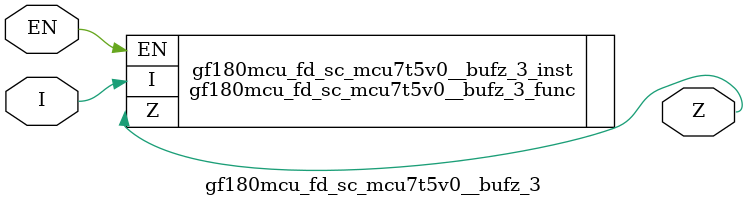
<source format=v>

module gf180mcu_fd_sc_mcu7t5v0__bufz_3( EN, I, Z );
input EN, I;
output Z;

   `ifdef FUNCTIONAL  //  functional //

	gf180mcu_fd_sc_mcu7t5v0__bufz_3_func gf180mcu_fd_sc_mcu7t5v0__bufz_3_behav_inst(.EN(EN),.I(I),.Z(Z));

   `else

	gf180mcu_fd_sc_mcu7t5v0__bufz_3_func gf180mcu_fd_sc_mcu7t5v0__bufz_3_inst(.EN(EN),.I(I),.Z(Z));

	// spec_gates_begin


	// spec_gates_end



   specify

	// specify_block_begin

	// comb arc EN --> Z
	 (EN => Z) = (1.0,1.0);

	// comb arc I --> Z
	 (I => Z) = (1.0,1.0);

	// specify_block_end

   endspecify

   `endif

endmodule

</source>
